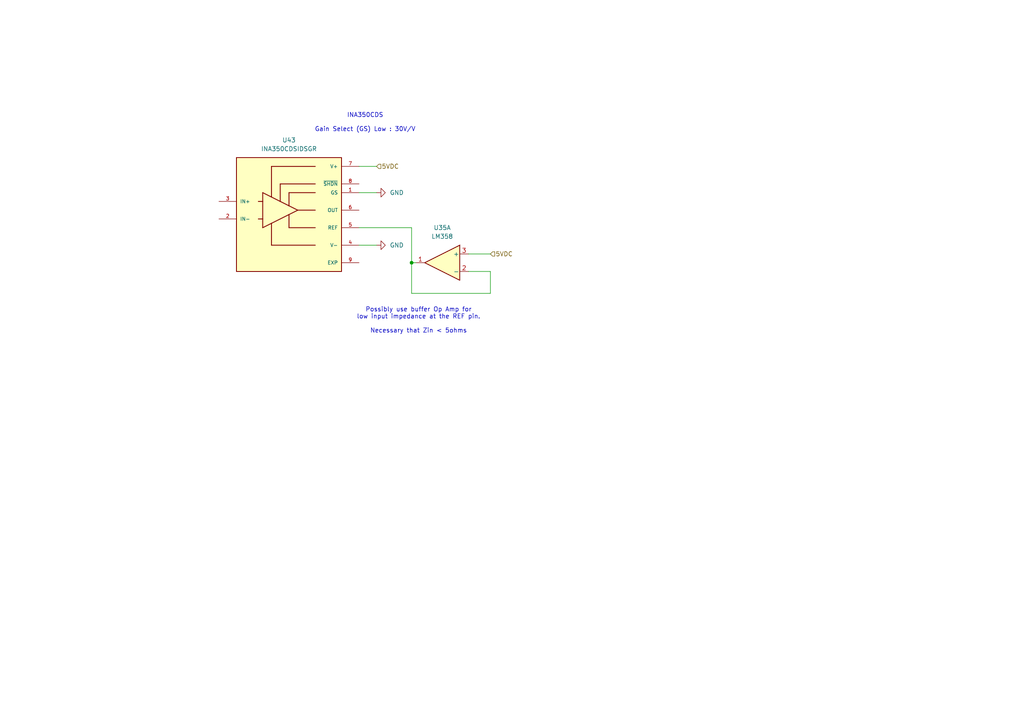
<source format=kicad_sch>
(kicad_sch (version 20250114) (generator "eeschema") (generator_version "9.0")
  (paper "A4")
  (lib_symbols
    (symbol "Amplifier_Operational:LM358" (pin_names (offset 0.127))
      (property "Reference" "U" (at 0 5.08 0))
      (property "Value" "LM358" (at 0 -5.08 0))
      (symbol "LM358_1_1"
        (polyline (pts (xy -5.08 5.08) (xy 5.08 0) (xy -5.08 -5.08) (xy -5.08 5.08)) (stroke (width 0.254)) (fill (type background)))
        (pin input line (at -7.62 2.54 0) (length 2.54) (name "+") (number "3"))
        (pin input line (at -7.62 -2.54 0) (length 2.54) (name "-") (number "2"))
        (pin output line (at 7.62 0 180) (length 2.54) (name "~") (number "1"))
      )
      (symbol "LM358_2_1"
        (polyline (pts (xy -5.08 5.08) (xy 5.08 0) (xy -5.08 -5.08) (xy -5.08 5.08)) (stroke (width 0.254)) (fill (type background)))
        (pin input line (at -7.62 2.54 0) (length 2.54) (name "+") (number "5"))
        (pin input line (at -7.62 -2.54 0) (length 2.54) (name "-") (number "6"))
        (pin output line (at 7.62 0 180) (length 2.54) (name "~") (number "7"))
      )
      (symbol "LM358_3_1"
        (pin power_in line (at -2.54 7.62 270) (length 3.81) (name "V+") (number "8"))
        (pin power_in line (at -2.54 -7.62 90) (length 3.81) (name "V-") (number "4"))
      )
    )
    (symbol "INA350CDSIDSGR:INA350CDSIDSGR" (pin_names (offset 1.016))
      (property "Reference" "U" (at -15.24 16.002 0))
      (property "Value" "INA350CDSIDSGR" (at -15.24 -20.32 0))
      (symbol "INA350CDSIDSGR_0_0"
        (rectangle (start -15.24 -17.78) (end 15.24 15.24) (stroke (width 0.254)) (fill (type background)))
        (polyline (pts (xy -8.89 2.54) (xy -7.62 2.54)) (stroke (width 0.254)))
        (polyline (pts (xy -8.89 -2.54) (xy -7.62 -2.54)) (stroke (width 0.254)))
        (polyline (pts (xy -7.62 5.08) (xy -7.62 2.54)) (stroke (width 0.254)))
        (polyline (pts (xy -7.62 2.54) (xy -7.62 -2.54)) (stroke (width 0.254)))
        (polyline (pts (xy -7.62 -2.54) (xy -7.62 -5.08)) (stroke (width 0.254)))
        (polyline (pts (xy -7.62 -5.08) (xy -5.08 -3.81)) (stroke (width 0.254)))
        (polyline (pts (xy -5.08 12.7) (xy -5.08 3.81)) (stroke (width 0.254)))
        (polyline (pts (xy -5.08 12.7) (xy 7.62 12.7)) (stroke (width 0.254)))
        (polyline (pts (xy -5.08 3.81) (xy -7.62 5.08)) (stroke (width 0.254)))
        (polyline (pts (xy -5.08 -3.81) (xy -5.08 -10.16)) (stroke (width 0.254)))
        (polyline (pts (xy -5.08 -3.81) (xy 0 -1.27)) (stroke (width 0.254)))
        (polyline (pts (xy -2.54 2.54) (xy -5.08 3.81)) (stroke (width 0.254)))
        (polyline (pts (xy -2.54 2.54) (xy -2.54 7.62)) (stroke (width 0.254)))
        (polyline (pts (xy 0 5.08) (xy 0 1.27)) (stroke (width 0.254)))
        (polyline (pts (xy 0 1.27) (xy -2.54 2.54)) (stroke (width 0.254)))
        (polyline (pts (xy 0 -1.27) (xy 2.54 0)) (stroke (width 0.254)))
        (polyline (pts (xy 0 -5.08) (xy 0 -1.27)) (stroke (width 0.254)))
        (polyline (pts (xy 2.54 0) (xy 0 1.27)) (stroke (width 0.254)))
        (polyline (pts (xy 2.54 0) (xy 7.62 0)) (stroke (width 0.254)))
        (polyline (pts (xy 7.62 7.62) (xy -2.54 7.62)) (stroke (width 0.254)))
        (polyline (pts (xy 7.62 5.08) (xy 0 5.08)) (stroke (width 0.254)))
        (polyline (pts (xy 7.62 -5.08) (xy 0 -5.08)) (stroke (width 0.254)))
        (polyline (pts (xy 7.62 -10.16) (xy -5.08 -10.16)) (stroke (width 0.254)))
        (pin input line (at -20.32 2.54 0) (length 5.08) (name "IN+") (number "3"))
        (pin input line (at -20.32 -2.54 0) (length 5.08) (name "IN-") (number "2"))
        (pin power_in line (at 20.32 12.7 180) (length 5.08) (name "V+") (number "7"))
        (pin input line (at 20.32 7.62 180) (length 5.08) (name "~{SHDN}") (number "8"))
        (pin input line (at 20.32 5.08 180) (length 5.08) (name "GS") (number "1"))
        (pin output line (at 20.32 0 180) (length 5.08) (name "OUT") (number "6"))
        (pin input line (at 20.32 -5.08 180) (length 5.08) (name "REF") (number "5"))
        (pin power_in line (at 20.32 -10.16 180) (length 5.08) (name "V-") (number "4"))
        (pin passive line (at 20.32 -15.24 180) (length 5.08) (name "EXP") (number "9"))
      )
    )
    (symbol "power:GND" (power) (pin_numbers (hide yes)) (pin_names (offset 0) (hide yes))
      (property "Value" "GND" (at 0 -3.81 0))
      (symbol "GND_0_1"
        (polyline (pts (xy 0 0) (xy 0 -1.27) (xy 1.27 -1.27) (xy 0 -2.54) (xy -1.27 -1.27) (xy 0 -1.27)))
      )
      (symbol "GND_1_1"
        (pin power_in line (at 0 0 270) (length 0) (name "~") (number "1"))
      )
    )
  )
  (text "Possibly use buffer Op Amp for\nlow input impedance at the REF pin.\n\nNecessary that Zin < 5ohms" (at 121.412 92.964 0) (effects (font (size 1.27 1.27))))
  (text "INA350CDS\n\nGain Select (GS) Low : 30V/V" (at 105.918 35.56 0) (effects (font (size 1.27 1.27))))
  (junction (at 119.38 76.2))
  (wire (pts (xy 109.22 71.12) (xy 104.14 71.12)))
  (wire (pts (xy 119.38 66.04) (xy 104.14 66.04)))
  (wire (pts (xy 119.38 76.2) (xy 119.38 85.09)))
  (wire (pts (xy 135.89 78.74) (xy 142.24 78.74)))
  (wire (pts (xy 119.38 76.2) (xy 119.38 66.04)))
  (wire (pts (xy 119.38 76.2) (xy 120.65 76.2)))
  (wire (pts (xy 104.14 55.88) (xy 109.22 55.88)))
  (wire (pts (xy 135.89 73.66) (xy 142.24 73.66)))
  (wire (pts (xy 119.38 85.09) (xy 142.24 85.09)))
  (wire (pts (xy 109.22 48.26) (xy 104.14 48.26)))
  (wire (pts (xy 142.24 85.09) (xy 142.24 78.74)))
  (hierarchical_label "5VDC" (shape input) (at 109.22 48.26 0))
  (hierarchical_label "5VDC" (shape input) (at 142.24 73.66 0))
  (symbol (lib_id "power:GND") (at 109.22 71.12 90) (unit 1)
    (property "Reference" "#PWR018" (effects (hide yes)))
    (property "Value" "GND" (at 113.03 71.1199 90) (effects (justify right)))
    (property "Description" "Power symbol creates a global label with name \"GND\" , ground" (effects (hide yes)))
    (instances (project "" (path "" (reference "#PWR025") (unit 1)) (path "" (reference "#PWR023") (unit 1)) (path "" (reference "#PWR022") (unit 1)) (path "" (reference "#PWR020") (unit 1)) (path "" (reference "#PWR021") (unit 1)) (path "" (reference "#PWR019") (unit 1)) (path "" (reference "#PWR018") (unit 1)) (path "" (reference "#PWR024") (unit 1))))
  )
  (symbol (lib_id "Amplifier_Operational:LM358") (at 128.27 76.2 0) (mirror y) (unit 1)
    (property "Reference" "U28" (at 128.27 66.04 0))
    (property "Value" "LM358" (at 128.27 68.58 0))
    (property "Datasheet" "http://www.ti.com/lit/ds/symlink/lm2904-n.pdf" (effects (hide yes)))
    (property "Description" "Low-Power, Dual Operational Amplifiers, DIP-8/SOIC-8/TO-99-8" (effects (hide yes)))
    (instances (project "" (path "" (reference "U35") (unit 1)) (path "" (reference "U33") (unit 1)) (path "" (reference "U32") (unit 1)) (path "" (reference "U30") (unit 1)) (path "" (reference "U31") (unit 1)) (path "" (reference "U29") (unit 1)) (path "" (reference "U28") (unit 1)) (path "" (reference "U34") (unit 1))))
  )
  (symbol (lib_id "INA350CDSIDSGR:INA350CDSIDSGR") (at 83.82 60.96 0) (unit 1)
    (property "Reference" "U36" (at 83.82 40.64 0))
    (property "Value" "INA350CDSIDSGR" (at 83.82 43.18 0))
    (property "Footprint" "INA350CDSIDSGR:IC_INA350CDSIDSGR" (effects (hide yes)))
    (property "MF" "Texas Instruments" (effects (hide yes)))
    (property "MAXIMUM_PACKAGE_HEIGHT" "0.8mm" (effects (hide yes)))
    (property "Package" "WSON-8 Texas Instruments" (effects (hide yes)))
    (property "Price" "None" (effects (hide yes)))
    (property "Check_prices" "https://www.snapeda.com/parts/INA350CDSIDSGR/Texas+Instruments/view-part/?ref=eda" (effects (hide yes)))
    (property "STANDARD" "Manufacturer Recommendations" (effects (hide yes)))
    (property "PARTREV" "B" (effects (hide yes)))
    (property "SnapEDA_Link" "https://www.snapeda.com/parts/INA350CDSIDSGR/Texas+Instruments/view-part/?ref=snap" (effects (hide yes)))
    (property "MP" "INA350CDSIDSGR" (effects (hide yes)))
    (property "Purchase-URL" "https://www.snapeda.com/api/url_track_click_mouser/?unipart_id=12124363&manufacturer=Texas Instruments&part_name=INA350CDSIDSGR&search_term=ina350" (effects (hide yes)))
    (property "Description_1" "Low-power (100 µA) selectable-gain instrumentation amplifier available in 8-pin WSON (2 mm by 2 mm)" (effects (hide yes)))
    (property "SNAPEDA_PN" "INA350CDSIDSGR" (effects (hide yes)))
    (property "Availability" "In Stock" (effects (hide yes)))
    (property "MANUFACTURER" "Texas Instruments" (effects (hide yes)))
    (instances (project "" (path "" (reference "U43") (unit 1)) (path "" (reference "U41") (unit 1)) (path "" (reference "U40") (unit 1)) (path "" (reference "U38") (unit 1)) (path "" (reference "U39") (unit 1)) (path "" (reference "U37") (unit 1)) (path "" (reference "U36") (unit 1)) (path "" (reference "U42") (unit 1))))
  )
  (symbol (lib_id "power:GND") (at 109.22 55.88 90) (unit 1)
    (property "Reference" "#PWR02" (effects (hide yes)))
    (property "Value" "GND" (at 113.03 55.8799 90) (effects (justify right)))
    (property "Description" "Power symbol creates a global label with name \"GND\" , ground" (effects (hide yes)))
    (instances (project "" (path "" (reference "#PWR09") (unit 1)) (path "" (reference "#PWR07") (unit 1)) (path "" (reference "#PWR06") (unit 1)) (path "" (reference "#PWR04") (unit 1)) (path "" (reference "#PWR05") (unit 1)) (path "" (reference "#PWR03") (unit 1)) (path "" (reference "#PWR02") (unit 1)) (path "" (reference "#PWR08") (unit 1))))
  )
)
</source>
